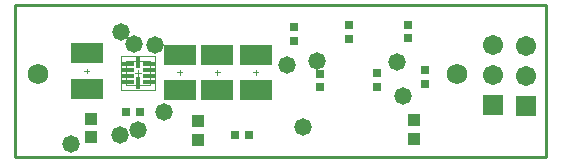
<source format=gts>
G04 Layer_Color=8388736*
%FSLAX44Y44*%
%MOMM*%
G71*
G01*
G75*
%ADD18C,0.1000*%
%ADD19C,0.2540*%
%ADD20C,0.0500*%
%ADD27R,0.7532X0.7532*%
%ADD28R,2.8032X1.7032*%
%ADD29R,1.0532X1.0532*%
%ADD30R,0.7532X0.7532*%
%ADD31R,1.1032X0.4532*%
%ADD32R,0.4532X1.1032*%
%ADD33C,1.7272*%
%ADD34C,1.7032*%
%ADD35R,1.7032X1.7032*%
%ADD36C,1.4732*%
D18*
X81000Y90251D02*
Y94251D01*
X79000Y92251D02*
X83000D01*
X159750Y89000D02*
Y93000D01*
X157750Y91000D02*
X161750D01*
X191750Y89000D02*
Y93000D01*
X189750Y91000D02*
X193750D01*
X224000Y89000D02*
Y93000D01*
X222000Y91000D02*
X226000D01*
X134750Y80751D02*
Y100751D01*
X114750Y80751D02*
X134750D01*
X114750D02*
Y100751D01*
X134750D01*
X122250Y90751D02*
X127250D01*
X124750Y88250D02*
Y93251D01*
D19*
X20250Y148000D02*
X470250D01*
Y20000D02*
Y148000D01*
X470000Y19750D02*
X470250Y20000D01*
X20500Y19750D02*
X470000D01*
X20250Y20000D02*
X20500Y19750D01*
X20250Y20000D02*
Y148000D01*
D20*
X139000Y76500D02*
Y105001D01*
X110500Y76500D02*
X139000D01*
X110500D02*
Y105001D01*
X139000D01*
D27*
X303500Y130843D02*
D03*
Y119158D02*
D03*
X256500Y129592D02*
D03*
Y117908D02*
D03*
X278500Y90092D02*
D03*
Y78408D02*
D03*
X327249Y90593D02*
D03*
Y78909D02*
D03*
X367250Y93343D02*
D03*
Y81659D02*
D03*
X353250Y131593D02*
D03*
Y119909D02*
D03*
D28*
X81000Y77250D02*
D03*
Y107250D02*
D03*
X159750Y76000D02*
D03*
Y106000D02*
D03*
X191750Y76000D02*
D03*
Y106000D02*
D03*
X224000Y76000D02*
D03*
Y106000D02*
D03*
D29*
X85000Y36251D02*
D03*
Y51750D02*
D03*
X175500Y34000D02*
D03*
Y49500D02*
D03*
X358500Y50500D02*
D03*
Y35000D02*
D03*
D30*
X206657Y38250D02*
D03*
X218341D02*
D03*
X114408Y57500D02*
D03*
X126092D02*
D03*
D31*
X116000Y98250D02*
D03*
Y93251D02*
D03*
Y88250D02*
D03*
Y83251D02*
D03*
X133500D02*
D03*
Y88250D02*
D03*
Y93251D02*
D03*
Y98250D02*
D03*
D32*
X124750Y82000D02*
D03*
Y99500D02*
D03*
D33*
X395000Y90000D02*
D03*
X40000D02*
D03*
D34*
X452750Y113650D02*
D03*
Y88250D02*
D03*
X424750Y113900D02*
D03*
Y88500D02*
D03*
D35*
X452750Y62850D02*
D03*
X424750Y63100D02*
D03*
D36*
X67500Y30500D02*
D03*
X264250Y44500D02*
D03*
X121000Y114750D02*
D03*
X110000Y125250D02*
D03*
X138500Y114500D02*
D03*
X349250Y70750D02*
D03*
X250312Y97750D02*
D03*
X343750Y100000D02*
D03*
X276176Y100778D02*
D03*
X146908Y57500D02*
D03*
X124206Y42672D02*
D03*
X109220Y38354D02*
D03*
M02*

</source>
